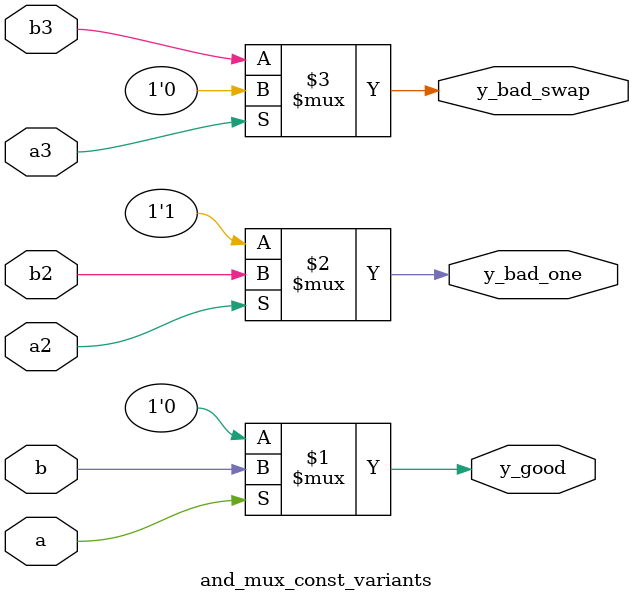
<source format=v>

module and_mux_const_variants
(
    input  a,   input  b,
    input  a2,  input  b2,
    input  a3,  input  b3,
    output y_good,
    output y_bad_one,
    output y_bad_swap
);

    // Correct: y = a ? b : 1'b0
    assign y_good = a ? b : 1'b0;

    // Incorrect: constant is 1 instead of 0
    assign y_bad_one = a2 ? b2 : 1'b1;

    // Incorrect: constant is 0 but on the true branch (swapped)
    assign y_bad_swap = a3 ? 1'b0 : b3;

endmodule
</source>
